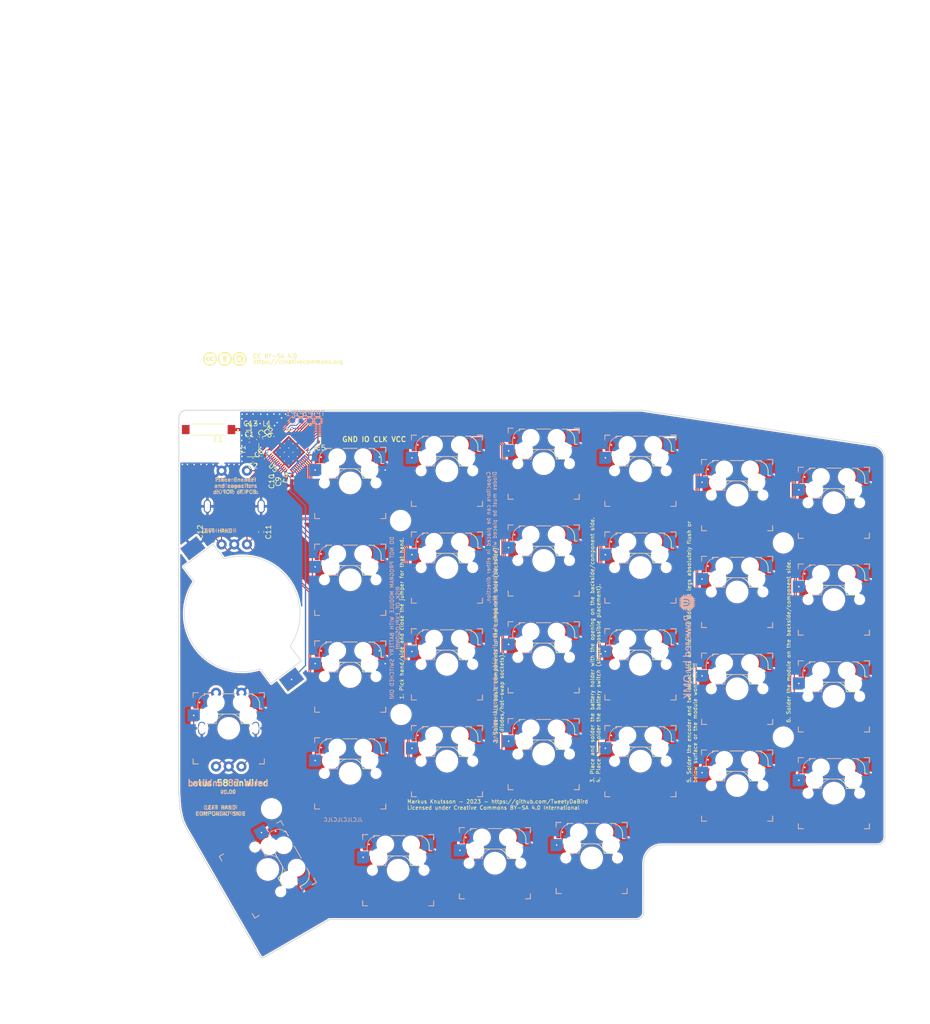
<source format=kicad_pcb>
(kicad_pcb (version 20221018) (generator pcbnew)
  (title_block (title "Lotus 58 unWired") (date "2023-08-15") (rev "v1.00") (company "Markus Knutsson <markus.knutsson@tweety.se>") (comment 1 "https://github.com/TweetyDaBird") (comment 2 "Licensed under Creative Commons BY-SA 4.0 International "))
  (layers (0 "F.Cu" signal) (31 "B.Cu" signal) (34 "B.Paste" user) (35 "F.Paste" user) (36 "B.SilkS" user "B.Silkscreen") (37 "F.SilkS" user "F.Silkscreen") (38 "B.Mask" user) (39 "F.Mask" user) (44 "Edge.Cuts" user))
  (net 0 "")
  (net 1 "Net-(U5-XC2)")
  (net 2 "Net-(U5-XC1)")
  (net 3 "Net-(U5-ANT)")
  (net 4 "Net-(U5-DEC1)")
  (net 5 "Net-(U5-DEC2)")
  (net 6 "Net-(U5-DEC3)")
  (net 7 "Net-(U5-DCC)")
  (net 8 "EncA")
  (net 9 "EncB")
  (net 10 "SW1")
  (net 11 "SW2")
  (net 12 "SW3")
  (net 13 "SW4")
  (net 14 "SW5")
  (net 15 "SW6")
  (net 16 "SW7")
  (net 17 "SW8")
  (net 18 "SW9")
  (net 19 "SW10")
  (net 20 "SW11")
  (net 21 "SW12")
  (net 22 "SW13")
  (net 23 "SW14")
  (net 24 "SW15")
  (net 25 "SW16")
  (net 26 "SW17")
  (net 27 "SW18")
  (net 28 "SW19")
  (net 29 "SW20")
  (net 30 "SW21")
  (net 31 "VCC")
  (net 32 "GND")
  (net 33 "SW22")
  (net 34 "SW23")
  (net 35 "SW24")
  (net 36 "SW25")
  (net 37 "SW26")
  (net 38 "SW27")
  (net 39 "SW28")
  (net 40 "SW29")
  (net 41 "SW30")
  (net 43 "SWDIO")
  (net 44 "SWCLK")
  (net 45 "Net-(C13-Pad1)")
  (net 46 "Net-(C13-Pad2)")
  (footprint "Keyboard Common:Spacer PCB hole" (layer "F.Cu") (at 124.32538 57.40908)
    (fp_text reference "TH1" hide)
    (fp_text value "HOLE" hide)
  )
  (footprint "Keyboard Common:Spacer PCB hole" (layer "F.Cu") (at 199.7 61.8)
    (fp_text reference "TH2" hide)
    (fp_text value "HOLE" hide)
  )
  (footprint "Keyboard Common:Spacer PCB hole" (layer "F.Cu") (at 124.3965 95.5675)
    (fp_text reference "TH3" hide)
    (fp_text value "HOLE" hide)
  )
  (footprint "Keyboard Common:Spacer PCB hole" (layer "F.Cu") (at 199.7 100)
    (fp_text reference "TH4" hide)
    (fp_text value "HOLE" hide)
  )
  (footprint "Keyboard Common:Spacer PCB hole" (layer "F.Cu") (at 98.8949 114.1095 90)
    (fp_text reference "TH5" hide)
    (fp_text value "HOLE" hide)
  )
  (footprint "Keyboard Switches:SW_MX_HotSwap_Reversible" (layer "F.Cu") (at 133.45 47.6)
    (fp_text reference "SW2" hide)
    (fp_text value "Switch" hide)
  )
  (footprint "Keyboard Switches:SW_MX_HotSwap_Reversible" (layer "F.Cu") (at 152.5 46.21)
    (fp_text reference "SW3" hide)
    (fp_text value "Switch" hide)
  )
  (footprint "Keyboard Switches:SW_MX_HotSwap_Reversible" (layer "F.Cu") (at 171.55 47.6)
    (fp_text reference "SW4" hide)
    (fp_text value "Switch" hide)
  )
  (footprint "Keyboard Switches:SW_MX_HotSwap_Reversible" (layer "F.Cu") (at 209.65 53.9)
    (fp_text reference "SW6" hide)
    (fp_text value "Switch" hide)
  )
  (footprint "Keyboard Switches:SW_MX_HotSwap_Reversible" (layer "F.Cu") (at 114.4 69.05)
    (fp_text reference "SW7" hide)
    (fp_text value "Switch" hide)
  )
  (footprint "Keyboard Switches:SW_MX_HotSwap_Reversible" (layer "F.Cu") (at 152.5 65.26)
    (fp_text reference "SW9" hide)
    (fp_text value "Switch" hide)
  )
  (footprint "Keyboard Switches:SW_MX_HotSwap_Reversible" (layer "F.Cu") (at 171.55 66.65)
    (fp_text reference "SW10" hide)
    (fp_text value "Switch" hide)
  )
  (footprint "Keyboard Switches:SW_MX_HotSwap_Reversible" (layer "F.Cu") (at 190.6 71.45)
    (fp_text reference "SW11" hide)
    (fp_text value "Switch" hide)
  )
  (footprint "Keyboard Switches:SW_MX_HotSwap_Reversible" (layer "F.Cu") (at 209.65 72.95)
    (fp_text reference "SW12" hide)
    (fp_text value "Switch" hide)
  )
  (footprint "Keyboard Switches:SW_MX_HotSwap_Reversible" (layer "F.Cu") (at 114.4 88.1)
    (fp_text reference "SW13" hide)
    (fp_text value "Switch" hide)
  )
  (footprint "Keyboard Switches:SW_MX_HotSwap_Reversible" (layer "F.Cu") (at 133.45 85.7)
    (fp_text reference "SW14" hide)
    (fp_text value "Switch" hide)
  )
  (footprint "Keyboard Switches:SW_MX_HotSwap_Reversible" (layer "F.Cu") (at 152.5 84.31)
    (fp_text reference "SW15" hide)
    (fp_text value "Switch" hide)
  )
  (footprint "Keyboard Switches:SW_MX_HotSwap_Reversible" (layer "F.Cu") (at 190.6 90.5)
    (fp_text reference "SW17" hide)
    (fp_text value "Switch" hide)
  )
  (footprint "Keyboard Switches:SW_MX_HotSwap_Reversible" (layer "F.Cu") (at 209.65 92)
    (fp_text reference "SW18" hide)
    (fp_text value "Switch" hide)
  )
  (footprint "Keyboard Switches:SW_MX_HotSwap_Reversible" (layer "F.Cu") (at 114.4 107.15)
    (fp_text reference "SW19" hide)
    (fp_text value "Switch" hide)
  )
  (footprint "Keyboard Switches:SW_MX_HotSwap_Reversible" (layer "F.Cu") (at 133.45 104.75)
    (fp_text reference "SW20" hide)
    (fp_text value "Switch" hide)
  )
  (footprint "Keyboard Switches:SW_MX_HotSwap_Reversible" (layer "F.Cu") (at 152.5 103.36)
    (fp_text reference "SW21" hide)
    (fp_text value "Switch" hide)
  )
  (footprint "Keyboard Switches:SW_MX_HotSwap_Reversible" (layer "F.Cu") (at 171.55 104.75)
    (fp_text reference "SW22" hide)
    (fp_text value "Switch" hide)
  )
  (footprint "Keyboard Switches:SW_MX_HotSwap_Reversible" (layer "F.Cu") (at 190.6 109.55)
    (fp_text reference "SW23" hide)
    (fp_text value "Switch" hide)
  )
  (footprint "Keyboard Switches:SW_MX_HotSwap_Reversible" (layer "F.Cu") (at 123.85 126.2)
    (fp_text reference "SW27" hide)
    (fp_text value "Switch" hide)
  )
  (footprint "Keyboard Switches:SW_MX_HotSwap_Reversible" (layer "F.Cu") (at 142.8977 124.8283)
    (fp_text reference "SW28" hide)
    (fp_text value "Switch" hide)
  )
  (footprint "Keyboard Switches:SW_MX_HotSwap_Reversible" (layer "F.Cu") (at 161.95 123.8)
    (fp_text reference "SW29" hide)
    (fp_text value "Switch" hide)
  )
  (footprint "Keyboard Switches:SW_MX_HotSwap_Reversible" (layer "F.Cu") (at 114.4 50)
    (fp_text reference "SW1" hide)
    (fp_text value "Switch" hide)
  )
  (footprint "Keyboard Switches:SW_MX_HotSwap_Reversible" (layer "F.Cu") (at 90.4748 98.2853)
    (fp_text reference "SW25" hide)
    (fp_text value "Switch" hide)
  )
  (footprint "Keyboard Switches:SW_MX_HotSwap_Reversible" (layer "F.Cu") (at 209.65 111.05)
    (fp_text reference "SW24" hide)
    (fp_text value "Switch" hide)
  )
  (footprint "Capacitor_SMD:C_0402_1005Metric" (layer "F.Cu") (at 94.54 41.64)
    (fp_text reference "C1")
    (fp_text value "12pF")
  )
  (footprint "Capacitor_SMD:C_0402_1005Metric" (layer "F.Cu") (at 95.25 45.5 180)
    (fp_text reference "C2")
    (fp_text value "12pF")
  )
  (footprint "Keyboard Switches:SW_MX_HotSwap_Reversible" (layer "F.Cu") (at 98.171 126.0475 -60)
    (fp_text reference "SW26" hide)
    (fp_text value "Switch" hide)
  )
  (footprint "Keyboard Switches:SW_MX_HotSwap_Reversible" (layer "F.Cu") (at 171.55 85.7)
    (fp_text reference "SW16" hide)
    (fp_text value "Switch" hide)
  )
  (footprint "Keyboard Encoders:Encoder_Alps_EC11E_Small" (layer "F.Cu") (at 91.567 54.594 90)
    (fp_text reference "SW30" hide)
    (fp_text value "Rotary_Encoder_Switch" hide)
  )
  (footprint "Keyboard Switches:SW_MX_HotSwap_Reversible" (layer "F.Cu") (at 190.6 52.4)
    (fp_text reference "SW5" hide)
    (fp_text value "Switch" hide)
  )
  (footprint "Keyboard Switches:SW_MX_HotSwap_Reversible" (layer "F.Cu") (at 133.45 66.65)
    (fp_text reference "SW8" hide)
    (fp_text value "Switch" hide)
  )
  (footprint "Capacitor_SMD:C_0402_1005Metric" (layer "F.Cu") (at 102.96 49.08 90)
    (fp_text reference "C4")
    (fp_text value "100nF")
  )
  (footprint "Capacitor_SMD:C_0603_1608Metric" (layer "F.Cu") (at 100.36 49.71 90)
    (fp_text reference "C10")
    (fp_text value "1uF")
  )
  (footprint "Capacitor_SMD:C_0402_1005Metric" (layer "F.Cu") (at 94.78 39.49)
    (fp_text reference "C13")
    (fp_text value "1.5pF")
  )
  (footprint "Capacitor_SMD:C_0402_1005Metric" (layer "F.Cu") (at 96.23 41.21 -45)
    (fp_text reference "C7")
    (fp_text value "100pF")
  )
  (footprint "Logotypes:CC_BY_SA_40_line" (layer "F.Cu") (at 98.733021 25.508046)
    (fp_text reference "Logo2")
    (fp_text value "License" hide)
  )
  (footprint "Capacitor_SMD:C_0402_1005Metric" (layer "F.Cu") (at 97.43 41.04 -45)
    (fp_text reference "C6")
    (fp_text value "NC")
  )
  (footprint "Capacitor_SMD:C_0603_1608Metric_Pad1.08x0.95mm_HandSolder" (layer "F.Cu") (at 96.87 59.66 -90)
    (fp_text reference "C11")
    (fp_text value "100nF")
  )
  (footprint "Crystal:Crystal_SMD_2016-4Pin_2.0x1.6mm" (layer "F.Cu") (at 95.25 43.5 90)
    (fp_text reference "Y1")
    (fp_text value "~")
  )
  (footprint "Inductor_SMD:L_0402_1005Metric" (layer "F.Cu") (at 93.29 39 -90)
    (fp_text reference "L2")
    (fp_text value "3.9nH")
  )
  (footprint "Capacitor_SMD:C_0402_1005Metric" (layer "F.Cu") (at 99.11 40.57 45)
    (fp_text reference "C3")
    (fp_text value "0.8pF")
  )
  (footprint "Capacitor_SMD:C_0402_1005Metric" (layer "F.Cu") (at 97.25 45 45)
    (fp_text reference "C8")
    (fp_text value "100nF")
  )
  (footprint "Capacitor_SMD:C_0603_1608Metric" (layer "F.Cu") (at 101.67 49.74 90)
    (fp_text reference "C9")
    (fp_text value "4.7uF")
  )
  (footprint "Package_DFN_QFN:QFN-48-1EP_6x6mm_P0.4mm_EP4.6x4.6mm_ThermalVias" (layer "F.Cu") (at 102.29 43.97 135)
    (fp_text reference "U5")
    (fp_text value "nRF52810-QFxx")
  )
  (footprint "Capacitor_SMD:C_0603_1608Metric_Pad1.08x0.95mm_HandSolder" (layer "F.Cu") (at 86.28 59.67 90)
    (fp_text reference "C12")
    (fp_text value "100nF")
  )
  (footprint "Keyboard Encoders:Encoder_Alps_EC11E_Small" (layer "F.Cu") (at 90.4748 98.2853 90)
    (fp_text reference "SW31" hide)
    (fp_text value "Rotary_Encoder_Switch" hide)
  )
  (footprint "Inductor_SMD:L_0402_1005Metric" (layer "F.Cu") (at 98 39.5)
    (fp_text reference "L1")
    (fp_text value "3.9nH")
  )
  (footprint "Keyboard Common:BS-12" (layer "F.Cu") (at 93.12 75.76 -53)
    (fp_text reference "BT1" hide)
    (fp_text value "Battery_Cell" hide)
    (fp_line (start -14.4 -3.685) (end -14.4 3.685) (stroke (width 0.12)) (layer "Edge.Cuts"))
    (fp_line (start -14.4 3.685) (end -10.785 3.685) (stroke (width 0.12)) (layer "Edge.Cuts"))
    (fp_line (start -10.785 -3.685) (end -14.4 -3.685) (stroke (width 0.12)) (layer "Edge.Cuts"))
    (fp_line (start 10.785 3.685) (end 14.4 3.685) (stroke (width 0.12)) (layer "Edge.Cuts"))
    (fp_line (start 14.4 -3.685) (end 10.785 -3.685) (stroke (width 0.12)) (layer "Edge.Cuts"))
    (fp_line (start 14.4 -3.685) (end 14.4 3.685) (stroke (width 0.12)) (layer "Edge.Cuts"))
    (fp_arc (start -10.785 -3.685) (mid 0 -11.397169) (end 10.785 -3.685) (stroke (width 0.12)) (layer "Edge.Cuts"))
    (fp_arc (start 10.785 3.685) (mid 0 11.397169) (end -10.785 3.685) (stroke (width 0.12)) (layer "Edge.Cuts"))
  )
  (footprint "Capacitor_SMD:C_0402_1005Metric" (layer "F.Cu") (at 108.59 41.93 180)
    (fp_text reference "C5")
    (fp_text value "100nF")
  )
  (footprint "2450AT45A100E:ANT_2450AT45A100E" (layer "F.Cu") (at 86.51 39.5 180)
    (fp_text reference "E1")
    (fp_text value "2450AT45A100E")
  )
  (footprint "TestPoint:TestPoint_Pad_D1.0mm" (layer "B.Cu") (at 103.05 37.77 180)
    (fp_text reference "TP1")
    (fp_text value "TestPoint")
  )
  (footprint "TestPoint:TestPoint_Pad_D1.0mm" (layer "B.Cu") (at 106.376666 37.77 180)
    (fp_text reference "TP3")
    (fp_text value "TestPoint")
  )
  (footprint "Logotypes:qmk logo" (layer "B.Cu") (at 180.77 82.2 -90)
    (fp_text reference "Logo1" hide)
    (fp_text value "QMK_Logo" hide)
  )
  (footprint "TestPoint:TestPoint_Pad_D1.0mm" (layer "B.Cu") (at 104.713333 37.77 180)
    (fp_text reference "TP2")
    (fp_text value "TestPoint")
  )
  (footprint "TestPoint:TestPoint_Pad_D1.0mm" (layer "B.Cu") (at 108.039999 37.77 180)
    (fp_text reference "TP4")
    (fp_text value "TestPoint")
  )
  (gr_line (start 81.4197 116.3955) (end 81.9785 117.6655) (stroke (width 0.15)) (layer "Edge.Cuts"))
  (gr_line (start 219.50172 44.1452) (end 219.70492 44.8564) (stroke (width 0.15)) (layer "Edge.Cuts"))
  (gr_line (start 219.258732 120.757048) (end 219.03678 120.940136) (stroke (width 0.15)) (layer "Edge.Cuts"))
  (gr_line (start 219.03678 120.940136) (end 218.781972 121.078352) (stroke (width 0.15)) (layer "Edge.Cuts"))
  (gr_line (start 219.667372 119.998631) (end 219.580037 120.280287) (stroke (width 0.15)) (layer "Edge.Cuts"))
  (gr_line (start 219.580037 120.280287) (end 219.441821 120.535096) (stroke (width 0.15)) (layer "Edge.Cuts"))
  (gr_line (start 219.70492 119.6848) (end 219.667372 119.998631) (stroke (width 0.15)) (layer "Edge.Cuts"))
  (gr_line (start 219.441821 120.535096) (end 219.258732 120.757048) (stroke (width 0.15)) (layer "Edge.Cuts"))
  (gr_line (start 218.781972 121.078352) (end 218.500315 121.165688) (stroke (width 0.15)) (layer "Edge.Cuts"))
  (gr_line (start 218.500315 121.165688) (end 218.18092 121.19356) (stroke (width 0.15)) (layer "Edge.Cuts"))
  (gr_line (start 172.075297 134.989392) (end 171.937081 135.244201) (stroke (width 0.15)) (layer "Edge.Cuts"))
  (gr_line (start 80.772 112.649) (end 80.899 114.1095) (stroke (width 0.15)) (layer "Edge.Cuts"))
  (gr_line (start 80.7085 111.8235) (end 80.772 112.649) (stroke (width 0.15)) (layer "Edge.Cuts"))
  (gr_line (start 171.704 35.687) (end 82.174 35.687) (stroke (width 0.15)) (layer "Edge.Cuts"))
  (gr_line (start 218.511891 42.96639) (end 217.79552 42.621355) (stroke (width 0.15)) (layer "Edge.Cuts"))
  (gr_line (start 81.153 115.3795) (end 81.4197 116.3955) (stroke (width 0.15)) (layer "Edge.Cuts"))
  (gr_line (start 97.119252 143.413974) (end 97.268206 143.404468) (stroke (width 0.15)) (layer "Edge.Cuts"))
  (gr_line (start 171.53204 135.649242) (end 171.277232 135.787458) (stroke (width 0.15)) (layer "Edge.Cuts"))
  (gr_line (start 96.629837 143.08815) (end 96.735295 143.222884) (stroke (width 0.15)) (layer "Edge.Cuts"))
  (gr_line (start 80.645 110.617) (end 80.645 37.19576) (stroke (width 0.15)) (layer "Edge.Cuts"))
  (gr_line (start 80.645 110.617) (end 80.7085 111.8235) (stroke (width 0.15)) (layer "Edge.Cuts"))
  (gr_line (start 172.162633 134.707736) (end 172.075297 134.989392) (stroke (width 0.15)) (layer "Edge.Cuts"))
  (gr_line (start 171.277232 135.787458) (end 170.995576 135.874793) (stroke (width 0.15)) (layer "Edge.Cuts"))
  (gr_line (start 172.19308 134.427634) (end 172.162633 134.707736) (stroke (width 0.15)) (layer "Edge.Cuts"))
  (gr_line (start 80.645 37.19576) (end 80.682548 36.881929) (stroke (width 0.15)) (layer "Edge.Cuts"))
  (gr_line (start 96.852328 143.322532) (end 96.98047 143.386445) (stroke (width 0.15)) (layer "Edge.Cuts"))
  (gr_line (start 171.753993 135.466153) (end 171.53204 135.649242) (stroke (width 0.15)) (layer "Edge.Cuts"))
  (gr_line (start 80.769883 36.600273) (end 80.908099 36.345464) (stroke (width 0.15)) (layer "Edge.Cuts"))
  (gr_line (start 110.31982 135.90524) (end 170.69308 135.90524) (stroke (width 0.15)) (layer "Edge.Cuts"))
  (gr_line (start 174.356326 121.468421) (end 175.013524 121.264638) (stroke (width 0.15)) (layer "Edge.Cuts"))
  (gr_line (start 80.899 114.1095) (end 81.153 115.3795) (stroke (width 0.15)) (layer "Edge.Cuts"))
  (gr_line (start 97.426864 143.357278) (end 97.594758 143.271756) (stroke (width 0.15)) (layer "Edge.Cuts"))
  (gr_line (start 171.937081 135.244201) (end 171.753993 135.466153) (stroke (width 0.15)) (layer "Edge.Cuts"))
  (gr_line (start 80.682548 36.881929) (end 80.769883 36.600273) (stroke (width 0.15)) (layer "Edge.Cuts"))
  (gr_line (start 81.091188 36.123512) (end 81.31314 35.940424) (stroke (width 0.15)) (layer "Edge.Cuts"))
  (gr_line (start 97.594758 143.271756) (end 110.31982 135.90524) (stroke (width 0.15)) (layer "Edge.Cuts"))
  (gr_line (start 172.19422 124.69622) (end 172.19308 134.427634) (stroke (width 0.15)) (layer "Edge.Cuts"))
  (gr_line (start 173.243884 122.218131) (end 173.761773 121.790925) (stroke (width 0.15)) (layer "Edge.Cuts"))
  (gr_line (start 217.79552 42.621355) (end 171.704 35.687) (stroke (width 0.15)) (layer "Edge.Cuts"))
  (gr_line (start 81.849605 35.714872) (end 82.169 35.687) (stroke (width 0.15)) (layer "Edge.Cuts"))
  (gr_line (start 175.719348 121.193595) (end 218.18092 121.19356) (stroke (width 0.15)) (layer "Edge.Cuts"))
  (gr_line (start 97.268206 143.404468) (end 97.426864 143.357278) (stroke (width 0.15)) (layer "Edge.Cuts"))
  (gr_line (start 172.494174 123.330573) (end 172.816678 122.73602) (stroke (width 0.15)) (layer "Edge.Cuts"))
  (gr_line (start 219.13342 43.5102) (end 219.50172 44.1452) (stroke (width 0.15)) (layer "Edge.Cuts"))
  (gr_line (start 219.70492 44.8564) (end 219.70492 119.6848) (stroke (width 0.15)) (layer "Edge.Cuts"))
  (gr_line (start 172.19422 124.69622) (end 172.290391 123.987771) (stroke (width 0.15)) (layer "Edge.Cuts"))
  (gr_line (start 81.31314 35.940424) (end 81.567948 35.802208) (stroke (width 0.15)) (layer "Edge.Cuts"))
  (gr_line (start 172.816678 122.73602) (end 173.243884 122.218131) (stroke (width 0.15)) (layer "Edge.Cuts"))
  (gr_line (start 219.13342 43.5102) (end 218.511891 42.96639) (stroke (width 0.15)) (layer "Edge.Cuts"))
  (gr_line (start 80.908099 36.345464) (end 81.091188 36.123512) (stroke (width 0.15)) (layer "Edge.Cuts"))
  (gr_line (start 96.735295 143.222884) (end 96.852328 143.322532) (stroke (width 0.15)) (layer "Edge.Cuts"))
  (gr_line (start 81.9785 117.6655) (end 96.629837 143.08815) (stroke (width 0.15)) (layer "Edge.Cuts"))
  (gr_line (start 81.567948 35.802208) (end 81.849605 35.714872) (stroke (width 0.15)) (layer "Edge.Cuts"))
  (gr_line (start 170.995576 135.874793) (end 170.69308 135.90524) (stroke (width 0.15)) (layer "Edge.Cuts"))
  (gr_line (start 173.761773 121.790925) (end 174.356326 121.468421) (stroke (width 0.15)) (layer "Edge.Cuts"))
  (gr_line (start 96.98047 143.386445) (end 97.119252 143.413974) (stroke (width 0.15)) (layer "Edge.Cuts"))
  (gr_line (start 172.290391 123.987771) (end 172.494174 123.330573) (stroke (width 0.15)) (layer "Edge.Cuts"))
  (gr_line (start 175.013524 121.264638) (end 175.719348 121.193595) (stroke (width 0.15)) (layer "Edge.Cuts"))
  (gr_text "Lotus 58 unWired" (at 90.35 109.0422) (layer "B.SilkS") (effects (font (size 1.2 1.2) (thickness 0.25)) (justify mirror)))
  (gr_text "Place Encoder\nand capacitors\non TOP of PCB." (at 91.82 50.56) (layer "B.SilkS") (effects (font (size 0.75 0.75) (thickness 0.12)) (justify mirror)))
  (gr_text "Capacitors can be placed in either direction.\nDiodes must be placed with the stripe on the body at the line/side where arrow is pointing." (at 142.25 47.68 90) (layer "B.SilkS") (effects (font (size 0.75 0.75) (thickness 0.12)) (justify left mirror)))
  (gr_text "RIGHT HAND\nCOMPONENT SIDE" (at 88.85 114.48) (layer "B.SilkS") (effects (font (size 0.75 0.75) (thickness 0.12)) (justify mirror)))
  (gr_text "v1.00" (at 90.35 110.79) (layer "B.SilkS") (effects (font (size 0.75 0.75) (thickness 0.12)) (justify mirror)))
  (gr_text "RIGHT HAND" (at 92.08 59.43) (layer "B.SilkS") (effects (font (size 0.75 0.75) (thickness 0.12)) (justify left mirror)))
  (gr_text "DO NOT PROGRAM MODULE WITH BATTERY SWITCHED ON!\nRISK OF EXPLOSION!!!" (at 123.22 76.55 90) (layer "B.SilkS") (effects (font (size 0.75 0.75) (thickness 0.12)) (justify mirror)))
  (gr_text "JLCJLCJLCJLC" (at 113.02 116.27) (layer "B.SilkS") (effects (font (size 0.75 0.75) (thickness 0.12)) (justify mirror)))
  (gr_text "Lotus 58 unWired" (at 90.35 109.0422) (layer "F.SilkS") (effects (font (size 1.2 1.2) (thickness 0.25))))
  (gr_text "6. Solder the module on the backside/component side." (at 200.74 97.25 90) (layer "F.SilkS") (effects (font (size 0.75 0.75) (thickness 0.12)) (justify left)))
  (gr_text "3. Place and solder the battery holder with the opening on the backside/component side.\n4. Place and solder the battery switch (single possible placement)." (at 162.68 109.06 90) (layer "F.SilkS") (effects (font (size 0.75 0.75) (thickness 0.12)) (justify left)))
  (gr_text "Place Encoder\nand capacitors\non TOP of PCB." (at 91.86 50.57) (layer "F.SilkS") (effects (font (size 0.75 0.75) (thickness 0.12))))
  (gr_text "1. Pick hand/side and close the jumper for that hand." (at 124.54 92.63 90) (layer "F.SilkS") (effects (font (size 0.75 0.75) (thickness 0.12)) (justify left)))
  (gr_text "LEFT HAND" (at 88.2 59.43) (layer "F.SilkS") (effects (font (size 0.75 0.75) (thickness 0.12))))
  (gr_text "v1.00" (at 90.35 110.79) (layer "F.SilkS") (effects (font (size 0.75 0.75) (thickness 0.12))))
  (gr_text "2. Solder ALL basic components to the component side (backside)\n   (diodes/hot-swap sockets)." (at 143.64 101.27 90) (layer "F.SilkS") (effects (font (size 0.75 0.75) (thickness 0.12)) (justify left)))
  (gr_text "LEFT HAND\nCOMPONENT SIDE" (at 88.85 114.48) (layer "F.SilkS") (effects (font (size 0.75 0.75) (thickness 0.12))))
  (gr_text "5. Solder the encoder and two capacitors on the front side. Cut legs absolutely flush or \nbelow surface or the module won't fit !!!\n" (at 181.73 109.06 90) (layer "F.SilkS") (effects (font (size 0.75 0.75) (thickness 0.12)) (justify left)))
  (gr_text "Markus Knutsson - 2023 - https://github.com/TweetyDaBird\nLicensed under Creative Commons BY-SA 4.0 International \n" (at 125.55 113.3) (layer "F.SilkS") (effects (font (size 0.75 0.75) (thickness 0.12)) (justify left)))
  (gr_text "GND IO CLK VCC" (at 112.73 42) (layer "F.SilkS") (effects (font (size 1 1) (thickness 0.2) bold) (justify left bottom)))
  (segment (start 96.55 44.2) (end 95.8 44.2) (width 0.2) (layer "F.Cu") (net 1))
  (segment (start 95.73 45.5) (end 95.75 45.48) (width 0.2) (layer "F.Cu") (net 1))
  (segment (start 95.75 45.48) (end 95.75 44.25) (width 0.2) (layer "F.Cu") (net 1))
  (segment (start 97.870173 42.879827) (end 96.55 44.2) (width 0.2) (layer "F.Cu") (net 1))
  (segment (start 98.654243 42.879827) (end 97.870173 42.879827) (width 0.2) (layer "F.Cu") (net 1))
  (segment (start 95.75 44.25) (end 95.8 44.2) (width 0.2) (layer "F.Cu") (net 1))
  (segment (start 98.931243 43.156827) (end 98.654243 42.879827) (width 0.2) (layer "F.Cu") (net 1))
  (segment (start 98.836523 42.496421) (end 96.800421 42.496421) (width 0.2) (layer "F.Cu") (net 2))
  (segment (start 94.7 41.96) (end 95.02 41.64) (width 0.2) (layer "F.Cu") (net 2))
  (segment (start 94.7 42.8) (end 94.7 41.96) (width 0.2) (layer "F.Cu") (net 2))
  (segment (start 96.427 42.123) (end 95.503 42.123) (width 0.2) (layer "F.Cu") (net 2))
  (segment (start 96.800421 42.496421) (end 96.427 42.123) (width 0.2) (layer "F.Cu") (net 2))
  (segment (start 99.214086 42.873984) (end 98.836523 42.496421) (width 0.2) (layer "F.Cu") (net 2))
  (segment (start 95.503 42.123) (end 95.02 41.64) (width 0.2) (layer "F.Cu") (net 2))
  (segment (start 98.75 39.5) (end 98.485 39.5) (width 0.2) (layer "F.Cu") (net 3))
  (segment (start 99.449411 40.199411) (end 98.75 39.5) (width 0.2) (layer "F.Cu") (net 3))
  (segment (start 100.345456 41.742614) (end 99.449411 40.846569) (width 0.2) (layer "F.Cu") (net 3))
  (segment (start 99.449411 40.846569) (end 99.449411 40.199411) (width 0.2) (layer "F.Cu") (net 3))
  (segment (start 103.06 47.85127) (end 103.06 48.5) (width 0.2) (layer "F.Cu") (net 4))
  (segment (start 102.82033 47.6116) (end 103.06 47.85127) (width 0.2) (layer "F.Cu") (net 4))
  (segment (start 103.06 48.5) (end 102.96 48.6) (width 0.2) (layer "F.Cu") (net 4))
  (segment (start 98.066 41.676) (end 99.147472 41.676) (width 0.2) (layer "F.Cu") (net 5))
  (segment (start 97.769411 41.379411) (end 98.066 41.676) (width 0.2) (layer "F.Cu") (net 5))
  (segment (start 99.147472 41.676) (end 99.779771 42.308299) (width 0.2) (layer "F.Cu") (net 5))
  (segment (start 97.023 42.003) (end 96.569411 41.549411) (width 0.2) (layer "F.Cu") (net 6))
  (segment (start 98.908786 42.003) (end 97.023 42.003) (width 0.2) (layer "F.Cu") (net 6))
  (segment (start 99.496928 42.591142) (end 98.908786 42.003) (width 0.2) (layer "F.Cu") (net 6))
  (segment (start 100.45 48.13) (end 100.45 48.355584) (width 0.2) (layer "F.Cu") (net 7))
  (segment (start 100.45 48.845) (end 100.36 48.935) (width 0.2) (layer "F.Cu") (net 7))
  (segment (start 101.193984 47.045914) (end 100.45 47.789898) (width 0.2) (layer "F.Cu") (net 7))
  (segment (start 100.45 48.13) (end 100.45 48.845) (width 0.2) (layer "F.Cu") (net 7))
  (segment (start 100.45 48.355584) (end 101.476827 47.328757) (width 0.2) (layer "F.Cu") (net 7))
  (segment (start 100.45 47.789898) (end 100.45 48.13) (width 0.2) (layer "F.Cu") (net 7))
  (segment (start 94.517652 103.78) (end 89.9801 103.78) (width 0.2) (layer "F.Cu") (net 8))
  (segment (start 87.5055 60.5325) (end 89.067 62.094) (width 0.2) (layer "F.Cu") (net 8))
  (segment (start 98.931243 44.783173) (end 89.067 54.647416) (width 0.2) (layer "F.Cu") (net 8))
  (segment (start 106.28 71.492448) (end 106.28 92.017652) (width 0.2) (layer "F.Cu") (net 8))
  (segment (start 90.743 63.77) (end 98.557552 63.77) (width 0.2) (layer "F.Cu") (net 8))
  (segment (start 89.9801 103.78) (end 87.9748 105.7853) (width 0.2) (layer "F.Cu") (net 8))
  (segment (start 89.067 62.094) (end 90.743 63.77) (width 0.2) (layer "F.Cu") (net 8))
  (segment (start 98.557552 63.77) (end 106.28 71.492448) (width 0.2) (layer "F.Cu") (net 8))
  (segment (start 89.067 54.647416) (end 89.067 62.094) (width 0.2) (layer "F.Cu") (net 8))
  (segment (start 106.28 92.017652) (end 94.517652 103.78) (width 0.2) (layer "F.Cu") (net 8))
  (segment (start 86.28 60.5325) (end 87.5055 60.5325) (width 0.2) (layer "F.Cu") (net 8))
  (segment (start 106.61 92.1501) (end 106.61 71.36) (width 0.2) (layer "F.Cu") (net 9))
  (segment (start 92.9748 105.7853) (end 106.61 92.1501) (width 0.2) (layer "F.Cu") (net 9))
  (segment (start 106.61 71.36) (end 98.54 63.29) (width 0.2) (layer "F.Cu") (net 9))
  (segment (start 96.87 60.5225) (end 95.6385 60.5225) (width 0.2) (layer "F.Cu") (net 9))
  (segment (start 95.263 63.29) (end 94.067 62.094) (width 0.2) (layer "F.Cu") (net 9))
  (segment (start 99.214086 45.066016) (end 94.067 50.213102) (width 0.2) (layer "F.Cu") (net 9))
  (segment (start 94.067 50.213102) (end 94.067 62.094) (width 0.2) (layer "F.Cu") (net 9))
  (segment (start 95.6385 60.5225) (end 94.067 62.094) (width 0.2) (layer "F.Cu") (net 9))
  (segment (start 98.54 63.29) (end 95.263 63.29) (width 0.2) (layer "F.Cu") (net 9))
  (segment (start 108.23033 44.50033) (end 108.65 44.92) (width 0.2) (layer "F.Cu") (net 10))
  (segment (start 108.65 44.92) (end 107.5 46.07) (width 0.2) (layer "F.Cu") (net 10))
  (segment (start 105.9316 44.50033) (end 108.23033 44.50033) (width 0.2) (layer "F.Cu") (net 10))
  (segment (start 107.5 46.07) (end 107.5 47.46) (width 0.2) (layer "F.Cu") (net 10))
  (via (at 107.5 47.46) (size 0.5) (drill 0.3) (layers "F.Cu" "B.Cu") (net 10))
  (via (at 108.65 44.92) (size 0.5) (drill 0.3) (layers "F.Cu" "B.Cu") (net 10))
  (segment (start 126.55 45.06) (end 127.7 43.91) (width 0.2) (layer "F.Cu") (net 11))
  (segment (start 127.7 43.91) (end 127.7 42.52) (width 0.2) (layer "F.Cu") (net 11))
  (segment (start 108.025584 40.78) (end 105.648757 43.156827) (width 0.2) (layer "F.Cu") (net 11))
  (segment (start 125.96 40.78) (end 108.025584 40.78) (width 0.2) (layer "F.Cu") (net 11))
  (segment (start 127.7 42.52) (end 125.96 40.78) (width 0.2) (layer "F.Cu") (net 11))
  (via (at 127.7 42.52) (size 0.5) (drill 0.3) (layers "F.Cu" "B.Cu") (net 11))
  (via (at 126.55 45.06) (size 0.5) (drill 0.3) (layers "F.Cu" "B.Cu") (net 11))
  (segment (start 146.75 42.52) (end 146.75 41.13) (width 0.2) (layer "F.Cu") (net 12))
  (segment (start 145.6 43.67) (end 146.75 42.52) (width 0.2) (layer "F.Cu") (net 12))
  (segment (start 145.023 39.403) (end 107.139842 39.403) (width 0.2) (layer "F.Cu") (net 12))
  (segment (start 107.139842 39.403) (end 104.517386 42.025456) (width 0.2) (layer "F.Cu") (net 12))
  (segment (start 146.75 41.13) (end 145.023 39.403) (width 0.2) (layer "F.Cu") (net 12))
  (via (at 146.75 41.13) (size 0.5) (drill 0.3) (layers "F.Cu" "B.Cu") (net 12))
  (via (at 145.6 43.67) (size 0.5) (drill 0.3) (layers "F.Cu" "B.Cu") (net 12))
  (segment (start 165.8 42.52) (end 165.8 40.74) (width 0.2) (layer "F.Cu") (net 13))
  (segment (start 165.8 43.91) (end 165.8 42.52) (width 0.2) (layer "F.Cu") (net 13))
  (segment (start 164.136 39.076) (end 106.901158 39.076) (width 0.2) (layer "F.Cu") (net 13))
  (segment (start 165.8 40.74) (end 164.136 39.076) (width 0.2) (layer "F.Cu") (net 13))
  (segment (start 164.65 45.06) (end 165.8 43.91) (width 0.2) (layer "F.Cu") (net 13))
  (segment (start 106.901158 39.076) (end 104.234544 41.742614) (width 0.2) (layer "F.Cu") (net 13))
  (via (at 164.65 45.06) (size 0.5) (drill 0.3) (layers "F.Cu" "B.Cu") (net 13))
  (via (at 165.8 42.52) (size 0.5) (drill 0.3) (layers "F.Cu" "B.Cu") (net 13))
  (segment (start 184.85 47.32) (end 184.85 44.662656) (width 0.2) (layer "F.Cu") (net 14))
  (segment (start 164.855344 37.768) (end 105.946416 37.768) (width 0.2) (layer "F.Cu") (net 14))
  (segment (start 166.725344 39.638) (end 164.855344 37.768) (width 0.2) (layer "F.Cu") (net 14))
  (segment (start 184.85 44.662656) (end 179.825344 39.638) (width 0.2) (layer "F.Cu") (net 14))
  (segment (start 183.7 49.86) (end 183.7 48.47) (width 0.2) (layer "F.Cu") (net 14))
  (segment (start 179.825344 39.638) (end 166.725344 39.638) (width 0.2) (layer "F.Cu") (net 14))
  (segment (start 183.7 48.47) (end 184.85 47.32) (width 0.2) (layer "F.Cu") (net 14))
  (segment (start 105.946416 37.768) (end 103.103173 40.611243) (width 0.2) (layer "F.Cu") (net 14))
  (via (at 183.7 49.86) (size 0.5) (drill 0.3) (layers "F.Cu" "B.Cu") (net 14))
  (via (at 184.85 47.32) (size 0.5) (drill 0.3) (layers "F.Cu" "B.Cu") (net 14))
  (segment (start 180.367136 38.33) (end 167.267136 38.33) (width 0.2) (layer "F.Cu") (net 15))
  (segment (start 198.757344 43.48) (end 185.517136 43.48) (width 0.2) (layer "F.Cu") (net 15))
  (segment (start 100.218827 39.471173) (end 100.218827 41.050299) (width 0.2) (layer "F.Cu") (net 15))
  (segment (start 103.23 36.46) (end 100.218827 39.471173) (width 0.2) (layer "F.Cu") (net 15))
  (segment (start 167.267136 38.33) (end 165.397136 36.46) (width 0.2) (layer "F.Cu") (net 15))
  (segment (start 202.75 51.36) (end 202.75 49.97) (width 0.2) (layer "F.Cu") (net 15))
  (segment (start 185.517136 43.48) (end 180.367136 38.33) (width 0.2) (layer "F.Cu") (net 15))
  (segment (start 203.9 48.82) (end 203.9 48.622656) (width 0.2) (layer "F.Cu") (net 15))
  (segment (start 202.75 49.97) (end 203.9 48.82) (width 0.2) (layer "F.Cu") (net 15))
  (segment (start 100.218827 41.050299) (end 100.628299 41.459771) (width 0.2) (layer "F.Cu") (net 15))
  (segment (start 165.397136 36.46) (end 103.23 36.46) (width 0.2) (layer "F.Cu") (net 15))
  (segment (start 203.9 48.622656) (end 198.757344 43.48) (width 0.2) (layer "F.Cu") (net 15))
  (via (at 202.75 51.36) (size 0.5) (drill 0.3) (layers "F.Cu" "B.Cu") (net 15))
  (via (at 203.9 48.82) (size 0.5) (drill 0.3) (layers "F.Cu" "B.Cu") (net 15))
  (segment (start 108.65 62.194896) (end 108.65 63.97) (width 0.2) (layer "F.Cu") (net 16))
  (segment (start 103.412104 57.557) (end 104.012104 57.557) (width 0.2) (layer "F.Cu") (net 16))
  (segment (start 97.546 51.690896) (end 103.412104 57.557) (width 0.2) (layer "F.Cu") (net 16))
  (segment (start 99.779771 45.631701) (end 97.546 47.865472) (width 0.2) (layer "F.Cu") (net 16))
  (segment (start 108.65 65.36) (end 108.65 63.97) (width 0.2) (layer "F.Cu") (net 16))
  (segment (start 107.5 66.51) (end 108.65 65.36) (width 0.2) (layer "F.Cu") (net 16))
  (segment (start 104.012104 57.557) (end 108.65 62.194896) (width 0.2) (layer "F.Cu") (net 16))
  (segment (start 97.546 47.865472) (end 97.546 51.690896) (width 0.2) (layer "F.Cu") (net 16))
  (via (at 108.65 63.97) (size 0.5) (drill 0.3) (layers "F.Cu" "B.Cu") (net 16))
  (via (at 107.5 66.51) (size 0.5) (drill 0.3) (layers "F.Cu" "B.Cu") (net 16))
  (segment (start 119.032688 55.268) (end 118.988 55.268) (width 0.2) (layer "F.Cu") (net 17))
  (segment (start 118.986 55.266) (end 110.36376 55.266) (width 0.2) (layer "F.Cu") (net 17))
  (segment (start 105.195 47.157842) (end 104.234544 46.197386) (width 0.2) (layer "F.Cu") (net 17))
  (segment (start 126.55 64.11) (end 127.7 62.96) (width 0.2) (layer "F.Cu") (net 17))
  (segment (start 110.36376 55.266) (end 105.195 50.09724) (width 0.2) (layer "F.Cu") (net 17))
  (segment (start 125.334688 61.57) (end 119.032688 55.268) (width 0.2) (layer "F.Cu") (net 17))
  (segment (start 118.988 55.268) (end 118.986 55.266) (width 0.2) (layer "F.Cu") (net 17))
  (segment (start 127.7 61.57) (end 125.334688 61.57) (width 0.2) (layer "F.Cu") (net 17))
  (segment (start 105.195 50.09724) (end 105.195 47.157842) (width 0.2) (layer "F.Cu") (net 17))
  (segment (start 127.7 62.96) (end 127.7 61.57) (width 0.2) (layer "F.Cu") (net 17))
  (via (at 126.55 64.11) (size 0.5) (drill 0.3) (layers "F.Cu" "B.Cu") (net 17))
  (via (at 127.7 61.57) (size 0.5) (drill 0.3) (layers "F.Cu" "B.Cu") (net 17))
  (segment (start 106.503 46.203102) (end 105.365914 45.066016) (width 0.2) (layer "F.Cu") (net 18))
  (segment (start 146.75 60.18) (end 146.75 59.192656) (width 0.2) (layer "F.Cu") (net 18))
  (segment (start 141.515344 53.958) (end 110.905552 53.958) (width 0.2) (layer "F.Cu") (net 18))
  (segment (start 145.6 62.72) (end 145.6 61.33) (width 0.2) (layer "F.Cu") (net 18))
  (segment (start 146.75 59.192656) (end 141.515344 53.958) (width 0.2) (layer "F.Cu") (net 18))
  (segment (start 110.905552 53.958) (end 106.503 49.555448) (width 0.2) (layer "F.Cu") (net 18))
  (segment (start 145.6 61.33) (end 146.75 60.18) (width 0.2) (layer "F.Cu") (net 18))
  (segment (start 106.503 49.555448) (end 106.503 46.203102) (width 0.2) (layer "F.Cu") (net 18))
  (via (at 146.75 60.18) (size 0.5) (drill 0.3) (layers "F.Cu" "B.Cu") (net 18))
  (via (at 145.6 62.72) (size 0.5) (drill 0.3) (layers "F.Cu" "B.Cu") (net 18))
  (segment (start 165.8 59.09) (end 159.36 52.65) (width 0.2) (layer "F.Cu") (net 19))
  (segment (start 165.8 62.96) (end 165.8 61.57) (width 0.2) (layer "F.Cu") (net 19))
  (segment (start 159.36 52.65) (end 150.654896 52.65) (width 0.2) (layer "F.Cu") (net 19))
  (segment (start 144.864 46.859104) (end 144.864 42.349104) (width 0.2) (layer "F.Cu") (net 19))
  (segment (start 107.378528 39.73) (end 104.800229 42.308299) (width 0.2) (layer "F.Cu") (net 19))
  (segment (start 142.244896 39.73) (end 107.378528 39.73) (width 0.2) (layer "F.Cu") (net 19))
  (segment (start 164.65 64.11) (end 165.8 62.96) (width 0.2) (layer "F.Cu") (net 19))
  (segment (start 165.8 61.57) (end 165.8 59.09) (width 0.2) (layer "F.Cu") (net 19))
  (segment (start 144.864 42.349104) (end 142.244896 39.73) (width 0.2) (layer "F.Cu") (net 19))
  (segment (start 150.654896 52.65) (end 144.864 46.859104) (width 0.2) (layer "F.Cu") (net 19))
  (via (at 164.65 64.11) (size 0.5) (drill 0.3) (layers "F.Cu" "B.Cu") (net 19))
  (via (at 165.8 61.57) (size 0.5) (drill 0.3) (layers "F.Cu" "B.Cu") (net 19))
  (segment (start 179.689896 39.965) (end 166.589896 39.965) (width 0.2) (layer "F.Cu") (net 20))
  (segment (start 183.7 67.52) (end 184.85 66.37) (width 0.2) (layer "F.Cu") (net 20))
  (segment (start 166.589896 39.965) (end 164.719896 38.095) (width 0.2) (layer "F.Cu") (net 20))
  (segment (start 183.7 68.91) (end 183.7 67.52) (width 0.2) (layer "F.Cu") (net 20))
  (segment (start 183.174 43.449104) (end 179.689896 39.965) (width 0.2) (layer "F.Cu") (net 20))
  (segment (start 183.174 64.694) (end 183.174 43.449104) (width 0.2) (layer "F.Cu") (net 20))
  (segment (start 164.719896 38.095) (end 106.185102 38.095) (width 0.2) (layer "F.Cu") (net 20))
  (segment (start 106.185102 38.095) (end 103.386016 40.894086) (width 0.2) (layer "F.Cu") (net 20))
  (segment (start 184.85 66.37) (end 183.174 64.694) (width 0.2) (layer "F.Cu") (net 20))
  (via (at 184.85 66.37) (size 0.5) (drill 0.3) (layers "F.Cu" "B.Cu") (net 20))
  (via (at 183.7 68.91) (size 0.5) (drill 0.3) (layers "F.Cu" "B.Cu") (net 20))
  (segment (start 203.9 69.26) (end 203.9 67.87) (width 0.2) (layer "F.Cu") (net 21))
  (segment (start 198.591896 43.807) (end 185.381688 43.807) (width 0.2) (layer "F.Cu") (net 21))
  (segment (start 103.365448 36.787) (end 100.545827 39.606621) (width 0.2) (layer "F.Cu") (net 21))
  (segment (start 180.231688 38.657) (end 167.131688 38.657) (width 0.2) (layer "F.Cu") (net 21))
  (segment (start 202.114 59.004) (end 202.114 47.329104) (width 0.2) (layer "F.Cu") (net 21))
  (segment (start 167.131688 38.657) (end 165.261688 36.787) (width 0.2) (layer "F.Cu") (net 21))
  (segment (start 100.545827 40.811613) (end 100.911142 41.176928) (width 0.2) (layer "F.Cu") (net 21))
  (segment (start 185.381688 43.807) (end 180.231688 38.657) (width 0.2) (layer "F.Cu") (net 21))
  (segment (start 100.545827 39.606621) (end 100.545827 40.811613) (width 0.2) (layer "F.Cu") (net 21))
  (segment (start 203.9 67.87) (end 203.024 66.994) (width 0.2) (layer "F.Cu") (net 21))
  (segment (start 202.114 47.329104) (end 198.591896 43.807) (width 0.2) (layer "F.Cu") (net 21))
  (segment (start 203.024 66.994) (end 203.024 59.914) (width 0.2) (layer "F.Cu") (net 21))
  (segment (start 202.75 70.41) (end 203.9 69.26) (width 0.2) (layer "F.Cu") (net 21))
  (segment (start 203.024 59.914) (end 202.114 59.004) (width 0.2) (layer "F.Cu") (net 21))
  (segment (start 165.261688 36.787) (end 103.365448 36.787) (width 0.2) (layer "F.Cu") (net 21))
  (via (at 203.9 67.87) (size 0.5) (drill 0.3) (layers "F.Cu" "B.Cu") (net 21))
  (via (at 202.75 70.41) (size 0.5) (drill 0.3) (layers "F.Cu" "B.Cu") (net 21))
  (segment (start 97.219 51.826344) (end 106.94 61.547344) (width 0.2) (layer "F.Cu") (net 22))
  (segment (start 99.496928 45.348858) (end 97.219 47.626786) (width 0.2) (layer "F.Cu") (net 22))
  (segment (start 108.65 84.41) (end 108.65 83.02) (width 0.2) (layer "F.Cu") (net 22))
  (segment (start 97.219 47.626786) (end 97.219 51.826344) (width 0.2) (layer "F.Cu") (net 22))
  (segment (start 107.5 85.56) (end 108.65 84.41) (width 0.2) (layer "F.Cu") (net 22))
  (segment (start 106.94 61.547344) (end 106.94 81.31) (width 0.2) (layer "F.Cu") (net 22))
  (segment (start 106.94 81.31) (end 108.65 83.02) (width 0.2) (layer "F.Cu") (net 22))
  (via (at 107.5 85.56) (size 0.5) (drill 0.3) (layers "F.Cu" "B.Cu") (net 22))
  (via (at 108.65 83.02) (size 0.5) (drill 0.3) (layers "F.Cu" "B.Cu") (net 22))
  (segment (start 125.885 78.805) (end 125.885 62.58276) (width 0.2) (layer "F.Cu") (net 23))
  (segment (start 110.320344 55.593) (end 110.228312 55.593) (width 0.2) (layer "F.Cu") (net 23))
  (segment (start 125.885 62.58276) (end 118.89724 55.595) (width 0.2) (layer "F.Cu") (net 23))
  (segment (start 104.868 47.396528) (end 103.951701 46.480229) (width 0.2) (layer "F.Cu") (net 23))
  (segment (start 127.7 82.01) (end 127.7 80.62) (width 0.2) (layer "F.Cu") (net 23))
  (segment (start 110.228312 55.593) (end 104.868 50.232688) (width 0.2) (layer "F.Cu") (net 23))
  (segment (start 118.89724 55.595) (end 110.322344 55.595) (width 0.2) (layer "F.Cu") (net 23))
  (segment (start 104.868 50.232688) (end 104.868 47.396528) (width 0.2) (layer "F.Cu") (net 23))
  (segment (start 126.55 83.16) (end 127.7 82.01) (width 0.2) (layer "F.Cu") (net 23))
  (segment (start 110.322344 55.595) (end 110.320344 55.593) (width 0.2) (layer "F.Cu") (net 23))
  (segment (start 127.7 80.62) (end 125.885 78.805) (width 0.2) (layer "F.Cu") (net 23))
  (via (at 127.7 80.62) (size 0.5) (drill 0.3) (layers "F.Cu" "B.Cu") (net 23))
  (via (at 126.55 83.16) (size 0.5) (drill 0.3) (layers "F.Cu" "B.Cu") (net 23))
  (segment (start 146.75 79.23) (end 144.934 77.414) (width 0.2) (layer "F.Cu") (net 24))
  (segment (start 145.6 80.38) (end 146.75 79.23) (width 0.2) (layer "F.Cu") (net 24))
  (segment (start 106.176 49.690896) (end 106.176 46.441786) (width 0.2) (layer "F.Cu") (net 24))
  (segment (start 141.379896 54.285) (end 110.770104 54.285) (width 0.2) (layer "F.Cu") (net 24))
  (segment (start 110.770104 54.285) (end 106.176 49.690896) (width 0.2) (layer "F.Cu") (net 24))
  (segment (start 144.934 77.414) (end 144.934 57.839104) (width 0.2) (layer "F.Cu") (net 24))
  (segment (start 144.934 57.839104) (end 141.379896 54.285) (width 0.2) (layer "F.Cu") (net 24))
  (segment (start 145.6 81.77) (end 145.6 80.38) (width 0.2) (layer "F.Cu") (net 24))
  (segment (start 106.176 46.441786) (end 105.083072 45.348858) (width 0.2) (layer "F.Cu") (net 24))
  (via (at 146.75 79.23) (size 0.5) (drill 0.3) (layers "F.Cu" "B.Cu") (net 24))
  (via (at 145.6 81.77) (size 0.5) (drill 0.3) (layers "F.Cu" "B.Cu") (net 24))
  (segment (start 164.65 83.16) (end 164.65 81.77) (width 0.2) (layer "F.Cu") (net 25))
  (segment (start 144.537 42.484552) (end 142.109448 40.057) (width 0.2) (layer "F.Cu") (net 25))
  (segment (start 165.8 80.62) (end 163.954 78.774) (width 0.2) (layer "F.Cu") (net 25))
  (segment (start 164.65 81.77) (end 165.8 80.62) (width 0.2) (layer "F.Cu") (net 25))
  (segment (start 107.617214 40.057) (end 105.083072 42.591142) (width 0.2) (layer "F.Cu") (net 25))
  (segment (start 163.954 78.774) (end 163.954 57.706448) (width 0.2) (layer "F.Cu") (net 25))
  (segment (start 142.109448 40.057) (end 107.617214 40.057) (width 0.2) (layer "F.Cu") (net 25))
  (segment (start 163.954 57.706448) (end 159.224552 52.977) (width 0.2) (layer "F.Cu") (net 25))
  (segment (start 144.537 46.994552) (end 144.537 42.484552) (width 0.2) (layer "F.Cu") (net 25))
  (segment (start 150.519448 52.977) (end 144.537 46.994552) (width 0.2) (layer "F.Cu") (net 25))
  (segment (start 159.224552 52.977) (end 150.519448 52.977) (width 0.2) (layer "F.Cu") (net 25))
  (via (at 164.65 83.16) (size 0.5) (drill 0.3) (layers "F.Cu" "B.Cu") (net 25))
  (via (at 165.8 80.62) (size 0.5) (drill 0.3) (layers "F.Cu" "B.Cu") (net 25))
  (segment (start 183.7 87.96) (end 184.85 86.81) (width 0.2) (layer "F.Cu") (net 26))
  (segment (start 184.85 86.81) (end 184.85 85.42) (width 0.2) (layer "F.Cu") (net 26))
  (segment (start 106.423786 38.422) (end 103.668858 41.176928) (width 0.2) (layer "F.Cu") (net 26))
  (segment (start 166.454448 40.292) (end 164.584448 38.422) (width 0.2) (layer "F.Cu") (net 26))
  (segment (start 182.847 43.584552) (end 179.554448 40.292) (width 0.2) (layer "F.Cu") (net 26))
  (segment (start 184.85 85.42) (end 182.847 83.417) (width 0.2) (layer "F.Cu") (net 26))
  (segment (start 164.584448 38.422) (end 106.423786 38.422) (width 0.2) (layer "F.Cu") (net 26))
  (segment (start 179.554448 40.292) (end 166.454448 40.292) (width 0.2) (layer "F.Cu") (net 26))
  (segment (start 182.847 83.417) (end 182.847 43.584552) (width 0.2) (layer "F.Cu") (net 26))
  (via (at 184.85 85.42) (size 0.5) (drill 0.3) (layers "F.Cu" "B.Cu") (net 26))
  (via (at 183.7 87.96) (size 0.5) (drill 0.3) (layers "F.Cu" "B.Cu") (net 26))
  (segment (start 185.24624 44.134) (end 180.09624 38.984) (width 0.2) (layer "F.Cu") (net 27))
  (segment (start 203.9 86.92) (end 202.237 85.257) (width 0.2) (layer "F.Cu") (net 27))
  (segment (start 180.09624 38.984) (end 166.99624 38.984) (width 0.2) (layer "F.Cu") (net 27))
  (segment (start 203.9 88.31) (end 203.9 86.92) (width 0.2) (layer "F.Cu") (net 27))
  (segment (start 202.237 85.257) (end 202.237 63.565448) (width 0.2) (layer "F.Cu") (net 27))
  (segment (start 202.697 63.105448) (end 202.697 60.049448) (width 0.2) (layer "F.Cu") (net 27))
  (segment (start 166.99624 38.984) (end 165.12624 37.114) (width 0.2) (layer "F.Cu") (net 27))
  (segment (start 201.787 59.139448) (end 201.787 47.464552) (width 0.2) (layer "F.Cu") (net 27))
  (segment (start 198.456448 44.134) (end 185.24624 44.134) (width 0.2) (layer "F.Cu") (net 27))
  (segment (start 100.872827 39.742069) (end 100.872827 40.572929) (width 0.2) (layer "F.Cu") (net 27))
  (segment (start 103.500896 37.114) (end 100.872827 39.742069) (width 0.2) (layer "F.Cu") (net 27))
  (segment (start 165.12624 37.114) (end 103.500896 37.114) (width 0.2) (layer "F.Cu") (net 27))
  (segment (start 202.697 60.049448) (end 201.787 59.139448) (width 0.2) (layer "F.Cu") (net 27))
  (segment (start 100.872827 40.572929) (end 101.193984 40.894086) (width 0.2) (layer "F.Cu") (net 27))
  (segment (start 202.237 63.565448) (end 202.697 63.105448) (width 0.2) (layer "F.Cu") (net 27))
  (segment (start 201.787 47.464552) (end 198.456448 44.134) (width 0.2) (layer "F.Cu") (net 27))
  (segment (start 202.75 89.46) (end 203.9 88.31) (width 0.2) (layer "F.Cu") (net 27))
  (via (at 202.75 89.46) (size 0.5) (drill 0.3) (layers "F.Cu" "B.Cu") (net 27))
  (via (at 203.9 86.92) (size 0.5) (drill 0.3) (layers "F.Cu" "B.Cu") (net 27))
  (segment (start 107.5 104.61) (end 107.5 103.22) (width 0.2) (layer "F.Cu") (net 28))
  (segment (start 124.577 63.124552) (end 124.577 88.845448) (width 0.2) (layer "F.Cu") (net 28))
  (segment (start 103.683 56.903) (end 118.355448 56.903) (width 0.2) (layer "F.Cu") (net 28))
  (segment (start 124.577 88.845448) (end 113.575448 99.847) (width 0.2) (layer "F.Cu") (net 28))
  (segment (start 98.2 51.42) (end 103.683 56.903) (width 0.2) (layer "F.Cu") (net 28))
  (segment (start 118.355448 56.903) (end 124.577 63.124552) (width 0.2) (layer "F.Cu") (net 28))
  (segment (start 110.873 99.847) (end 108.65 102.07) (width 0.2) (layer "F.Cu") (net 28))
  (segment (start 98.2 48.342842) (end 98.2 51.42) (width 0.2) (layer "F.Cu") (net 28))
  (segment (start 100.345456 46.197386) (end 98.2 48.342842) (width 0.2) (layer "F.Cu") (net 28))
  (segment (start 113.575448 99.847) (end 110.873 99.847) (width 0.2) (layer "F.Cu") (net 28))
  (segment (start 107.5 103.22) (end 108.65 102.07) (width 0.2) (layer "F.Cu") (net 28))
  (via (at 107.5 104.61) (size 0.5) (drill 0.3) (layers "F.Cu" "B.Cu") (net 28))
  (via (at 108.65 102.07) (size 0.5) (drill 0.3) (layers "F.Cu" "B.Cu") (net 28))
  (segment (start 126.55 102.21) (end 127.7 101.06) (width 0.2) (layer "F.Cu") (net 29))
  (segment (start 125.558 62.718208) (end 125.558 88.703104) (width 0.2) (layer "F.Cu") (net 29))
  (segment (start 104.541 47.635214) (end 104.541 50.368136) (width 0.2) (layer "F.Cu") (net 29))
  (segment (start 125.558 88.703104) (end 127.724 90.869104) (width 0.2) (layer "F.Cu") (net 29))
  (segment (start 110.184896 55.92) (end 110.186896 55.922) (width 0.2) (layer "F.Cu") (net 29))
  (segment (start 103.668858 46.763072) (end 104.541 47.635214) (width 0.2) (layer "F.Cu") (net 29))
  (segment (start 110.186896 55.922) (end 118.761792 55.922) (width 0.2) (layer "F.Cu") (net 29))
  (segment (start 110.092864 55.92) (end 110.184896 55.92) (width 0.2) (layer "F.Cu") (net 29))
  (segment (start 127.724 99.646) (end 127.7 99.67) (width 0.2) (layer "F.Cu") (net 29))
  (segment (start 127.724 90.869104) (end 127.724 99.646) (width 0.2) (layer "F.Cu") (net 29))
  (segment (start 127.7 101.06) (end 127.7 99.67) (width 0.2) (layer "F.Cu") (net 29))
  (segment (start 104.541 50.368136) (end 110.092864 55.92) (width 0.2) (layer "F.Cu") (net 29))
  (segment (start 118.761792 55.922) (end 125.558 62.718208) (width 0.2) (layer "F.Cu") (net 29))
  (via (at 126.55 102.21) (size 0.5) (drill 0.3) (layers "F.Cu" "B.Cu") (net 29))
  (via (at 127.7 99.67) (size 0.5) (drill 0.3) (layers "F.Cu" "B.Cu") (net 29))
  (segment (start 144.607 96.137) (end 144.607 57.974552) (width 0.2) (layer "F.Cu") (net 30))
  (segment (start 141.244448 54.612) (end 110.634656 54.612) (width 0.2) (layer "F.Cu") (net 30))
  (segment (start 145.6 100.82) (end 146.75 99.67) (width 0.2) (layer "F.Cu") (net 30))
  (segment (start 146.75 99.67) (end 146.75 98.28) (width 0.2) (layer "F.Cu") (net 30))
  (segment (start 144.607 57.974552) (end 141.244448 54.612) (width 0.2) (layer "F.Cu") (net 30))
  (segment (start 105.849 49.826344) (end 105.849 46.680472) (width 0.2) (layer "F.Cu") (net 30))
  (segment (start 110.634656 54.612) (end 105.849 49.826344) (width 0.2) (layer "F.Cu") (net 30))
  (segment (start 146.75 98.28) (end 144.607 96.137) (width 0.2) (layer "F.Cu") (net 30))
  (segment (start 105.849 46.680472) (end 104.800229 45.631701) (width 0.2) (layer "F.Cu") (net 30))
  (via (at 145.6 100.82) (size 0.5) (drill 0.3) (layers "F.Cu" "B.Cu") (net 30))
  (via (at 146.75 98.28) (size 0.5) (drill 0.3) (layers "F.Cu" "B.Cu") (net 30))
  (segment (start 98.6484 43.43967) (end 98.31033 43.43967) (width 0.254) (layer "F.Cu") (net 31))
  (segment (start 108.11 41.93) (end 108.11 41.95) (width 0.254) (layer "F.Cu") (net 31))
  (segment (start 106.22 43.72807) (end 105.9316 43.43967) (width 0.254) (layer "F.Cu") (net 31))
  (segment (start 97.975 43.775) (end 97.589411 44.160589) (width 0.254) (layer "F.Cu") (net 31))
  (segment (start 97.589411 44.160589) (end 97.589411 44.660589) (width 0.254) (layer "F.Cu") (net 31))
  (segment (start 98.31033 43.43967) (end 97.975 43.775) (width 0.254) (layer "F.Cu") (net 31))
  (segment (start 101.75967 48.47967) (end 101.9 48.62) (width 0.254) (layer "F.Cu") (net 31))
  (segment (start 108.11 41.95) (end 106.22 43.84) (width 0.254) (layer "F.Cu") (net 31))
  (segment (start 101.75967 47.6116) (end 101.75967 48.11) (width 0.254) (layer "F.Cu") (net 31))
  (segment (start 101.75967 48.11) (end 101.75967 48.47967) (width 0.254) (layer "F.Cu") (net 31))
  (segment (start 106.22 43.84) (end 106.22 43.72807) (width 0.254) (layer "F.Cu") (net 31))
  (via (at 102.845331 88.66595) (size 0.6) (drill 0.3) (layers "F.Cu" "B.Cu") (net 31))
  (via (at 101.75967 48.11) (size 0.6) (drill 0.3) (layers "F.Cu" "B.Cu") (net 31))
  (via (at 106.22 43.84) (size 0.6) (drill 0.3) (layers "F.Cu" "B.Cu") (net 31))
  (via (at 97.975 43.775) (size 0.6) (drill 0.3) (layers "F.Cu" "B.Cu") (net 31))
  (segment (start 101.75967 48.11) (end 97.975 44.32533) (width 0.254) (layer "B.Cu") (net 31))
  (segment (start 97.975 44.32533) (end 97.975 43.775) (width 0.254) (layer "B.Cu") (net 31))
  (segment (start 102.65 51.58) (end 105.6 54.53) (width 0.254) (layer "B.Cu") (net 31))
  (segment (start 106.22 43.84) (end 106.22 45.02) (width 0.254) (layer "B.Cu") (net 31))
  (segment (start 106.22 45.02) (end 103.13 48.11) (width 0.254) (layer "B.Cu") (net 31))
  (segment (start 108.039999 37.77) (end 108.039999 42.020001) (width 0.254) (layer "B.Cu") (net 31))
  (segment (start 105.6 54.53) (end 105.6 85.911281) (width 0.254) (layer "B.Cu") (net 31))
  (segment (start 103.13 48.11) (end 101.75967 48.11) (width 0.254) (layer "B.Cu") (net 31))
  (segment (start 102.65 49.00033) (end 102.65 51.58) (width 0.254) (layer "B.Cu") (net 31))
  (segment (start 108.039999 42.020001) (end 106.22 43.84) (width 0.254) (layer "B.Cu") (net 31))
  (segment (start 105.6 85.911281) (end 102.845331 88.66595) (width 0.254) (layer "B.Cu") (net 31))
  (segment (start 101.75967 48.11) (end 102.65 49.00033) (width 0.254) (layer "B.Cu") (net 31))
  (segment (start 95.8 42.8) (end 96.526579 42.8) (width 0.254) (layer "F.Cu") (net 32))
  (segment (start 97.04 40.65) (end 96.111178 40.65) (width 0.254) (layer "F.Cu") (net 32))
  (segment (start 102.007158 43.97) (end 102.29 43.97) (width 0.254) (layer "F.Cu") (net 32))
  (segment (start 94.960589 40.870589) (end 94.770003 40.680003) (width 0.254) (layer "F.Cu") (net 32))
  (segment (start 100.062614 42.025456) (end 102.007158 43.97) (width 0.254) (layer "F.Cu") (net 32))
  (segment (start 97.090589 40.700589) (end 97.04 40.65) (width 0.254) (layer "F.Cu") (net 32))
  (segment (start 98.946569 40.909411) (end 100.062614 42.025456) (width 0.254) (layer "F.Cu") (net 32))
  (segment (start 95.890589 40.870589) (end 94.960589 40.870589) (width 0.254) (layer "F.Cu") (net 32))
  (segment (start 102.29 45.384214) (end 102.29 43.97) (width 0.254) (layer "F.Cu") (net 32))
  (segment (start 100.911142 46.763072) (end 102.29 45.384214) (width 0.254) (layer "F.Cu") (net 32))
  (segment (start 98.770589 40.909411) (end 98.946569 40.909411) (width 0.254) (layer "F.Cu") (net 32))
  (segment (start 100.911142 46.763072) (end 99.28 48.394214) (width 0.254) (layer "F.Cu") (net 32))
  (segment (start 96.910589 45.339411) (end 96 46.25) (width 0.254) (layer "F.Cu") (net 32))
  (segment (start 121.3 85.56) (end 121.3 85.559974) (width 0.254) (layer "F.Cu") (net 32))
  (segment (start 96.111178 40.65) (end 95.890589 40.870589) (width 0.254) (layer "F.Cu") (net 32))
  (segment (start 96.526579 42.8) (end 96.75 43.023421) (width 0.254) (layer "F.Cu") (net 32))
  (segment (start 99.28 48.394214) (end 99.28 48.42) (width 0.254) (layer "F.Cu") (net 32))
  (via (at 94.41 38.32) (size 0.6) (drill 0.3) (layers "F.Cu" "B.Cu") (net 32))
  (via (at 94.02 36.46) (size 0.6) (drill 0.3) (layers "F.Cu" "B.Cu") (net 32))
  (via (at 94.770003 40.680003) (size 0.6) (drill 0.3) (layers "F.Cu" "B.Cu") (net 32))
  (via (at 85.02 46.35) (size 0.6) (drill 0.3) (layers "F.Cu" "B.Cu") (net 32))
  (via (at 100.89 37.22) (size 0.6) (drill 0.3) (layers "F.Cu" "B.Cu") (net 32))
  (via (at 120.150001 83.020001) (size 0.6) (drill 0.3) (layers "F.Cu" "B.Cu") (net 32))
  (via (at 87.4 46.36) (size 0.6) (drill 0.3) (layers "F.Cu" "B.Cu") (net 32))
  (via (at 121.3 85.559974) (size 0.6) (drill 0.3) (layers "F.Cu" "B.Cu") (net 32))
  (via (at 93.08 43.8) (size 0.6) (drill 0.3) (layers "F.Cu" "B.Cu") (net 32))
  (via (at 99.28 48.42) (size 0.6) (drill 0.3) (layers "F.Cu" "B.Cu") (net 32))
  (via (at 83.67 46.38) (size 0.6) (drill 0.3) (layers "F.Cu" "B.Cu") (net 32))
  (via (at 99.38 36.44) (size 0.6) (drill 0.3) (layers "F.Cu" "B.Cu") (net 32))
  (via (at 91.51 46.38) (size 0.6) (drill 0.3) (layers "F.Cu" "B.Cu") (net 32))
  (via (at 101.68 36.45) (size 0.6) (drill 0.3) (layers "F.Cu" "B.Cu") (net 32))
  (via (at 86.13 46.37) (size 0.6) (drill 0.3) (layers "F.Cu" "B.Cu") (net 32))
  (via (at 93.11 36.47) (size 0.6) (drill 0.3) (layers "F.Cu" "B.Cu") (net 32))
  (via (at 96.66 38.33) (size 0.6) (drill 0.3) (layers "F.Cu" "B.Cu") (net 32))
  (via (at 93.04 40.64) (size 0.6) (drill 0.3) (layers "F.Cu" "B.Cu") (net 32))
  (via (at 96 46.25) (size 0.6) (drill 0.3) (layers "F.Cu" "B.Cu") (net 32))
  (via (at 92.51 46.37) (size 0.6) (drill 0.3) (layers "F.Cu" "B.Cu") (net 32))
  (via (at 81.36 46.35) (size 0.6) (drill 0.3) (layers "F.Cu" "B.Cu") (net 32))
  (via (at 93.07 42.73) (size 0.6) (drill 0.3) (layers "F.Cu" "B.Cu") (net 32))
  (via (at 98.08 36.51) (size 0.6) (drill 0.3) (layers "F.Cu" "B.Cu") (net 32))
  (via (at 120.15 44.92) (size 0.6) (drill 0.3) (layers "F.Cu" "B.Cu") (net 32))
  (via (at 93.91 40.6) (size 0.6) (drill 0.3) (layers "F.Cu" "B.Cu") (net 32))
  (via (at 82.34 46.36) (size 0.6) (drill 0.3) (layers "F.Cu" "B.Cu") (net 32))
  (via (at 93.08 44.78) (size 0.6) (drill 0.3) (layers "F.Cu" "B.Cu") (net 32))
  (via (at 95.28 36.45) (size 0.6) (drill 0.3) (layers "F.Cu" "B.Cu") (net 32))
  (via (at 100.5 36.47) (size 0.6) (drill 0.3) (layers "F.Cu" "B.Cu") (net 32))
  (via (at 96.75 43.023421) (size 0.6) (drill 0.3) (layers "F.Cu" "B.Cu") (net 32))
  (via (at 93.09 45.74) (size 0.6) (drill 0.3) (layers "F.Cu" "B.Cu") (net 32))
  (via (at 100.02 38.13) (size 0.6) (drill 0.3) (layers "F.Cu" "B.Cu") (net 32))
  (via (at 99.49 38.7) (size 0.6) (drill 0.3) (layers "F.Cu" "B.Cu") (net 32))
  (via (at 90.51 46.35) (size 0.6) (drill 0.3) (layers "F.Cu" "B.Cu") (net 32))
  (via (at 96.79 36.47) (size 0.6) (drill 0.3) (layers "F.Cu" "B.Cu") (net 32))
  (via (at 98.05 38.38) (size 0.6) (drill 0.3) (layers "F.Cu" "B.Cu") (net 32))
  (via (at 95.67 38.35) (size 0.6) (drill 0.3) (layers "F.Cu" "B.Cu") (net 32))
  (via (at 121.3 47.459998) (size 0.6) (drill 0.3) (layers "F.Cu" "B.Cu") (net 32))
  (via (at 93.08 37.39) (size 0.6) (drill 0.3) (layers "F.Cu" "B.Cu") (net 32))
  (via (at 93.01 41.65) (size 0.6) (drill 0.3) (layers "F.Cu" "B.Cu") (net 32))
  (segment (start 144.21 42.62) (end 141.974 40.384) (width 0.2) (layer "F.Cu") (net 33))
  (segment (start 163.627 57.841896) (end 159.089104 53.304) (width 0.2) (layer "F.Cu") (net 33))
  (segment (start 159.089104 53.304) (end 150.384 53.304) (width 0.2) (layer "F.Cu") (net 33))
  (segment (start 144.21 47.13) (end 144.21 42.62) (width 0.2) (layer "F.Cu") (net 33))
  (segment (start 164.65 102.21) (end 164.65 100.82) (width 0.2) (layer "F.Cu") (net 33))
  (segment (start 165.8 99.67) (end 163.627 97.497) (width 0.2) (layer "F.Cu") (net 33))
  (segment (start 141.974 40.384) (end 107.855898 40.384) (width 0.2) (layer "F.Cu") (net 33))
  (segment (start 150.384 53.304) (end 144.21 47.13) (width 0.2) (layer "F.Cu") (net 33))
  (segment (start 164.65 100.82) (end 165.8 99.67) (width 0.2) (layer "F.Cu") (net 33))
  (segment (start 107.855898 40.384) (end 105.365914 42.873984) (width 0.2) (layer "F.Cu") (net 33))
  (segment (start 163.627 97.497) (end 163.627 57.841896) (width 0.2) (layer "F.Cu") (net 33))
  (via (at 164.65 102.21) (size 0.5) (drill 0.3) (layers "F.Cu" "B.Cu") (net 33))
  (via (at 165.8 99.67) (size 0.5) (drill 0.3) (layers "F.Cu" "B.Cu") (net 33))
  (segment (start 184.85 104.47) (end 182.52 102.14) (width 0.2) (layer "F.Cu") (net 34))
  (segment (start 183.7 107.01) (end 183.7 105.62) (width 0.2) (layer "F.Cu") (net 34))
  (segment (start 182.52 102.14) (end 182.52 43.72) (width 0.2) (layer "F.Cu") (net 34))
  (segment (start 182.52 43.72) (end 179.419 40.619) (width 0.2) (layer "F.Cu") (net 34))
  (segment (start 166.319 40.619) (end 164.449 38.749) (width 0.2) (layer "F.Cu") (net 34))
  (segment (start 164.449 38.749) (end 106.662472 38.749) (width 0.2) (layer "F.Cu") (net 34))
  (segment (start 183.7 105.62) (end 184.85 104.47) (width 0.2) (layer "F.Cu") (net 34))
  (segment (start 106.662472 38.749) (end 103.951701 41.459771) (width 0.2) (layer "F.Cu") (net 34))
  (segment (start 179.419 40.619) (end 166.319 40.619) (width 0.2) (layer "F.Cu") (net 34))
  (via (at 184.85 104.47) (size 0.5) (drill 0.3) (layers "F.Cu" "B.Cu") (net 34))
  (via (at 183.7 107.01) (size 0.5) (drill 0.3) (layers "F.Cu" "B.Cu") (net 34))
  (segment (start 203.9 93.7) (end 201.87 91.67) (width 0.2) (layer "F.Cu") (net 35))
  (segment (start 179.960792 39.311) (end 166.860792 39.311) (width 0.2) (layer "F.Cu") (net 35))
  (segment (start 201.87 91.67) (end 201.87 63.47) (width 0.2) (layer "F.Cu") (net 35))
  (segment (start 198.321 44.461) (end 185.110792 44.461) (width 0.2) (layer "F.Cu") (net 35))
  (segment (start 202.75 107.12) (end 203.9 105.97) (width 0.2) (layer "F.Cu") (net 35))
  (segment (start 203.9 105.97) (end 203.9 93.7) (width 0.2) (layer "F.Cu") (net 35))
  (segment (start 202.37 60.184896) (end 201.46 59.274896) (width 0.2) (layer "F.Cu") (net 35))
  (segment (start 105.70773 37.441) (end 102.82033 40.3284) (width 0.2) (layer "F.Cu") (net 35))
  (segment (start 202.37 62.97) (end 202.37 60.184896) (width 0.2) (layer "F.Cu") (net 35))
  (segment (start 201.46 59.274896) (end 201.46 47.6) (width 0.2) (layer "F.Cu") (net 35))
  (segment (start 201.46 47.6) (end 198.321 44.461) (width 0.2) (layer "F.Cu") (net 35))
  (segment (start 202.75 108.51) (end 202.75 107.12) (width 0.2) (layer "F.Cu") (net 35))
  (segment (start 164.990792 37.441) (end 105.70773 37.441) (width 0.2) (layer "F.Cu") (net 35))
  (segment (start 185.110792 44.461) (end 179.960792 39.311) (width 0.2) (layer "F.Cu") (net 35))
  (segment (start 166.860792 39.311) (end 164.990792 37.441) (width 0.2) (layer "F.Cu") (net 35))
  (segment (start 201.87 63.47) (end 202.37 62.97) (width 0.2) (layer "F.Cu") (net 35))
  (via (at 203.9 105.97) (size 0.5) (drill 0.3) (layers "F.Cu" "B.Cu") (net 35))
  (via (at 202.75 108.51) (size 0.5) (drill 0.3) (layers "F.Cu" "B.Cu") (net 35))
  (segment (start 118.22 57.23) (end 124.25 63.26) (width 0.2) (layer "F.Cu") (net 36))
  (segment (start 84.7248 94.5953) (end 84.7248 93.2053) (width 0.2) (layer "F.Cu") (net 36))
  (segment (start 124.25 63.26) (end 124.25 88.71) (width 0.2) (layer "F.Cu") (net 36))
  (segment (start 97.873 48.104158) (end 97.873 51.555448) (width 0.2) (layer "F.Cu") (net 36))
  (segment (start 87.9748 91.2853) (end 86.6448 91.2853) (width 0.2) (layer "F.Cu") (net 36))
  (segment (start 83.5748 95.7453) (end 84.7248 94.5953) (width 0.2) (layer "F.Cu") (net 36))
  (segment (start 103.547552 57.23) (end 118.22 57.23) (width 0.2) (layer "F.Cu") (net 36))
  (segment (start 94.72 107.84) (end 86.24 107.84) (width 0.2) (layer "F.Cu") (net 36))
  (segment (start 124.25 88.71) (end 113.44 99.52) (width 0.2) (layer "F.Cu") (net 36))
  (segment (start 83.5748 105.1748) (end 83.5748 95.7453) (width 0.2) (layer "F.Cu") (net 36))
  (segment (start 103.04 99.52) (end 94.72 107.84) (width 0.2) (layer "F.Cu") (net 36))
  (segment (start 86.6448 91.2853) (end 84.7248 93.2053) (width 0.2) (layer "F.Cu") (net 36))
  (segment (start 100.062614 45.914544) (end 97.873 48.104158) (width 0.2) (layer "F.Cu") (net 36))
  (segment (start 97.873 51.555448) (end 103.547552 57.23) (width 0.2) (layer "F.Cu") (net 36))
  (segment (start 86.24 107.84) (end 83.5748 105.1748) (width 0.2) (layer "F.Cu") (net 36))
  (segment (start 113.44 99.52) (end 103.04 99.52) (width 0.2) (layer "F.Cu") (net 36))
  (via (at 83.5748 95.7453) (size 0.5) (drill 0.3) (layers "F.Cu" "B.Cu") (net 36))
  (via (at 84.7248 93.2053) (size 0.5) (drill 0.3) (layers "F.Cu" "B.Cu") (net 36))
  (segment (start 109.823968 56.576) (end 118.490896 56.576) (width 0.2) (layer "F.Cu") (net 37))
  (segment (start 103.887 48.112584) (end 103.887 50.639032) (width 0.2) (layer "F.Cu") (net 37))
  (segment (start 118.490896 56.576) (end 124.904 62.989104) (width 0.2) (layer "F.Cu") (net 37))
  (segment (start 99.421338 118.801925) (end 99.695409 118.527854) (width 0.2) (layer "F.Cu") (net 37))
  (segment (start 117.819698 118.527854) (end 99.695409 118.527854) (width 0.2) (layer "F.Cu") (net 37))
  (segment (start 103.887 50.639032) (end 109.823968 56.576) (width 0.2) (layer "F.Cu") (net 37))
  (segment (start 96.920705 118.801925) (end 99.421338 118.801925) (width 0.2) (layer "F.Cu") (net 37))
  (segment (start 127.07 91.14) (end 127.07 96.817552) (width 0.2) (layer "F.Cu") (net 37))
  (segment (start 125.69 110.657552) (end 117.819698 118.527854) (width 0.2) (layer "F.Cu") (net 37))
  (segment (start 125.69 98.197552) (end 125.69 110.657552) (width 0.2) (layer "F.Cu") (net 37))
  (segment (start 124.904 88.974) (end 127.07 91.14) (width 0.2) (layer "F.Cu") (net 37))
  (segment (start 103.103173 47.328757) (end 103.887 48.112584) (width 0.2) (layer "F.Cu") (net 37))
  (segment (start 124.904 62.989104) (end 124.904 88.974) (width 0.2) (layer "F.Cu") (net 37))
  (segment (start 127.07 96.817552) (end 125.69 98.197552) (width 0.2) (layer "F.Cu") (net 37))
  (via (at 99.695409 118.527854) (size 0.5) (drill 0.3) (layers "F.Cu" "B.Cu") (net 37))
  (via (at 96.920705 118.801925) (size 0.5) (drill 0.3) (layers "F.Cu" "B.Cu") (net 37))
  (segment (start 104.214 50.503584) (end 109.957416 56.247) (width 0.2) (layer "F.Cu") (net 38))
  (segment (start 118.1 122.51) (end 118.1 121.12) (width 0.2) (layer "F.Cu") (net 38))
  (segment (start 118.1 118.71) (end 118.1 121.12) (width 0.2) (layer "F.Cu") (net 38))
  (segment (start 104.214 47.873898) (end 104.214 50.503584) (width 0.2) (layer "F.Cu") (net 38))
  (segment (start 109.999416 56.249) (end 118.626344 56.249) (width 0.2) (layer "F.Cu") (net 38))
  (segment (start 127.397 96.953) (end 126.017 98.333) (width 0.2) (layer "F.Cu") (net 38))
  (segment (start 126.017 110.793) (end 118.1 118.71) (width 0.2) (layer "F.Cu") (net 38))
  (segment (start 125.231 88.838552) (end 127.397 91.004552) (width 0.2) (layer "F.Cu") (net 38))
  (segment (start 116.95 123.66) (end 118.1 122.51) (width 0.2) (layer "F.Cu") (net 38))
  (segment (start 109.957416 56.247) (end 109.997416 56.247) (width 0.2) (layer "F.Cu") (net 38))
  (segment (start 125.231 62.853656) (end 125.231 88.838552) (width 0.2) (layer "F.Cu") (net 38))
  (segment (start 127.397 91.004552) (end 127.397 96.953) (width 0.2) (layer "F.Cu") (net 38))
  (segment (start 126.017 98.333) (end 126.017 110.793) (width 0.2) (layer "F.Cu") (net 38))
  (segment (start 109.997416 56.247) (end 109.999416 56.249) (width 0.2) (layer "F.Cu") (net 38))
  (segment (start 103.386016 47.045914) (end 104.214 47.873898) (width 0.2) (layer "F.Cu") (net 38))
  (segment (start 118.626344 56.249) (end 125.231 62.853656) (width 0.2) (layer "F.Cu") (net 38))
  (via (at 116.95 123.66) (size 0.5) (drill 0.3) (layers "F.Cu" "B.Cu") (net 38))
  (via (at 118.1 121.12) (size 0.5) (drill 0.3) (layers "F.Cu" "B.Cu") (net 38))
  (segment (start 110.499208 54.939) (end 105.522 49.961792) (width 0.2) (layer "F.Cu") (net 39))
  (segment (start 141.109 54.939) (end 110.499208 54.939) (width 0.2) (layer "F.Cu") (net 39))
  (segment (start 137.1477 119.7483) (end 137.1477 112.4423) (width 0.2) (layer "F.Cu") (net 39))
  (segment (start 144.28 58.11) (end 141.109 54.939) (width 0.2) (layer "F.Cu") (net 39))
  (segment (start 105.522 49.961792) (end 105.522 46.919158) (width 0.2) (layer "F.Cu") (net 39))
  (segment (start 144.28 105.31) (end 144.28 58.11) (width 0.2) (layer "F.Cu") (net 39))
  (segment (start 137.1477 121.1383) (end 137.1477 119.7483) (width 0.2) (layer "F.Cu") (net 39))
  (segment (start 105.522 46.919158) (end 104.517386 45.914544) (width 0.2) (layer "F.Cu") (net 39))
  (segment (start 135.9977 122.2883) (end 137.1477 121.1383) (width 0.2) (layer "F.Cu") (net 39))
  (segment (start 137.1477 112.4423) (end 144.28 105.31) (width 0.2) (layer "F.Cu") (net 39))
  (via (at 137.1477 119.7483) (size 0.5) (drill 0.3) (layers "F.Cu" "B.Cu") (net 39))
  (via (at 135.9977 122.2883) (size 0.5) (drill 0.3) (layers "F.Cu" "B.Cu") (net 39))
  (segment (start 156.2 118.72) (end 156.2 110.01) (width 0.2) (layer "F.Cu") (net 40))
  (segment (start 156.2 110.01) (end 163.3 102.91) (width 0.2) (layer "F.Cu") (net 40))
  (segment (start 111.041 53.631) (end 106.83 49.42) (width 0.2) (layer "F.Cu") (net 40))
  (segment (start 106.83 49.42) (end 106.83 45.964416) (width 0.2) (layer "F.Cu") (net 40))
  (segment (start 163.3 57.977344) (end 158.953656 53.631) (width 0.2) (layer "F.Cu") (net 40))
  (segment (start 158.953656 53.631) (end 111.041 53.631) (width 0.2) (layer "F.Cu") (net 40))
  (segment (start 163.3 102.91) (end 163.3 57.977344) (width 0.2) (layer "F.Cu") (net 40))
  (segment (start 156.2 120.11) (end 156.2 118.72) (width 0.2) (layer "F.Cu") (net 40))
  (segment (start 106.83 45.964416) (end 105.648757 44.783173) (width 0.2) (layer "F.Cu") (net 40))
  (segment (start 155.05 121.26) (end 156.2 120.11) (width 0.2) (layer "F.Cu") (net 40))
  (via (at 156.2 118.72) (size 0.5) (drill 0.3) (layers "F.Cu" "B.Cu") (net 40))
  (via (at 155.05 121.26) (size 0.5) (drill 0.3) (layers "F.Cu" "B.Cu") (net 40))
  (segment (start 98.6484 44.50033) (end 95.55473 47.594) (width 0.2) (layer "F.Cu") (net 41))
  (segment (start 95.55473 47.594) (end 94.067 47.594) (width 0.2) (layer "F.Cu") (net 41))
  (segment (start 101.476827 40.611243) (end 101.199827 40.334243) (width 0.2) (layer "F.Cu") (net 43))
  (segment (start 101.199827 40.334243) (end 101.199827 39.877517) (width 0.2) (layer "F.Cu") (net 43))
  (segment (start 101.697344 39.38) (end 101.94 39.38) (width 0.2) (layer "F.Cu") (net 43))
  (segment (start 101.199827 39.877517) (end 101.697344 39.38) (width 0.2) (layer "F.Cu") (net 43))
  (via (at 101.94 39.38) (size 0.5) (drill 0.3) (layers "F.Cu" "B.Cu") (net 43))
  (segment (start 103.803333 38.68) (end 102.64 38.68) (width 0.2) (layer "B.Cu") (net 43))
  (segment (start 102.64 38.68) (end 101.94 39.38) (width 0.2) (layer "B.Cu") (net 43))
  (segment (start 104.713333 37.77) (end 103.803333 38.68) (width 0.2) (layer "B.Cu") (net 43))
  (segment (start 101.8616 40.3284) (end 102.81 39.38) (width 0.2) (layer "F.Cu") (net 44))
  (segment (start 101.75967 40.3284) (end 101.8616 40.3284) (width 0.2) (layer "F.Cu") (net 44))
  (segment (start 102.81 39.38) (end 102.93 39.26) (width 0.2) (layer "F.Cu") (net 44))
  (via (at 102.93 39.26) (size 0.5) (drill 0.3) (layers "F.Cu" "B.Cu") (net 44))
  (segment (start 102.93 39.26) (end 104.886666 39.26) (width 0.2) (layer "B.Cu") (net 44))
  (segment (start 104.886666 39.26) (end 106.376666 37.77) (width 0.2) (layer "B.Cu") (net 44))
  (segment (start 93.275 39.5) (end 91.01 39.5) (width 0.6) (layer "F.Cu") (net 45))
  (segment (start 93.29 39.485) (end 94.295 39.485) (width 0.6) (layer "F.Cu") (net 45))
  (segment (start 94.295 39.485) (end 94.3 39.49) (width 0.2) (layer "F.Cu") (net 45))
  (segment (start 93.29 39.485) (end 93.275 39.5) (width 0.2) (layer "F.Cu") (net 45))
  (segment (start 95.26 39.49) (end 97.505 39.49) (width 0.6) (layer "F.Cu") (net 46))
  (segment (start 97.505 39.49) (end 97.515 39.5) (width 0.2) (layer "F.Cu") (net 46))
  (zone (net 32) (net_name "GND") (layers "F&B.Cu") (connect_pads (clearance 0.508)) (min_thickness 0.25) (fill yes (thermal_gap 0.5) (thermal_bridge_width 0.5))
    (polygon (pts (xy 228.6 25.76) (xy 228.6 156.46) (xy 50.8 156.45) (xy 50.8 25.4)))
  )
  (zone (net 0) (net_name "") (layers "F&B.Cu" "Cmts.User") (connect_pads (clearance 0)) (min_thickness 0.25)
    (keepout (tracks allowed) (vias not_allowed) (pads not_allowed) (copperpour not_allowed) (footprints allowed))
    (fill (thermal_gap 0.5) (thermal_bridge_width 0.5))
    (polygon (pts (xy 78.26 33.92) (xy 92.75 33.92) (xy 92.75 46) (xy 78.330564 46) (xy 78.2 33.93)))
  )
)
</source>
